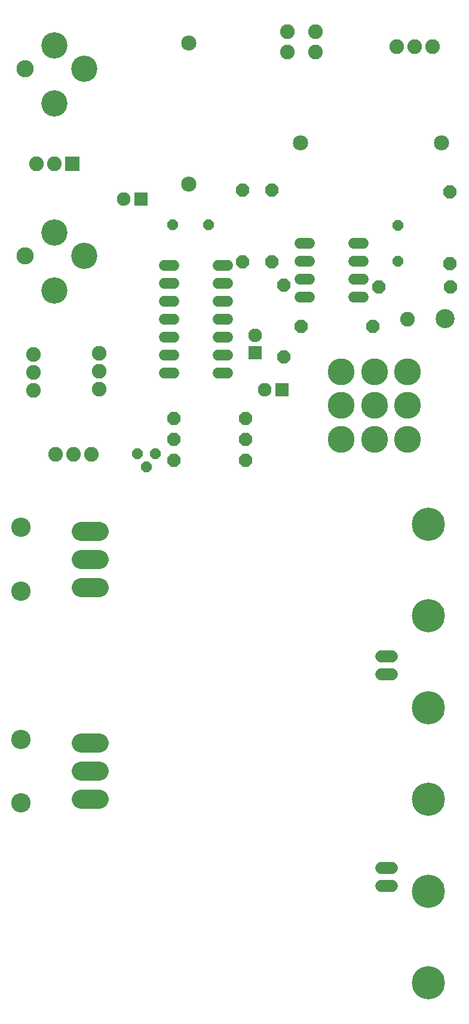
<source format=gbr>
G04 EAGLE Gerber RS-274X export*
G75*
%MOMM*%
%FSLAX34Y34*%
%LPD*%
%INSoldermask Top*%
%IPPOS*%
%AMOC8*
5,1,8,0,0,1.08239X$1,22.5*%
G01*
%ADD10C,2.703200*%
%ADD11P,1.649562X8X22.500000*%
%ADD12C,2.153200*%
%ADD13C,1.524000*%
%ADD14P,1.649562X8X112.500000*%
%ADD15C,1.727200*%
%ADD16C,2.082800*%
%ADD17C,3.719200*%
%ADD18C,2.453200*%
%ADD19P,2.034460X8X22.500000*%
%ADD20P,2.034460X8X112.500000*%
%ADD21P,2.034460X8X292.500000*%
%ADD22P,2.034460X8X202.500000*%
%ADD23C,1.930400*%
%ADD24R,1.930400X1.930400*%
%ADD25C,2.743200*%
%ADD26C,2.743200*%
%ADD27C,3.803200*%
%ADD28R,2.082800X2.082800*%
%ADD29C,4.703200*%


D10*
X633730Y1000760D03*
D11*
X222700Y810000D03*
X210000Y790950D03*
X197300Y810000D03*
D12*
X270000Y1391500D03*
X270000Y1191500D03*
X428500Y1250000D03*
X628500Y1250000D03*
D13*
X248504Y1076200D02*
X235296Y1076200D01*
X235296Y1050800D02*
X248504Y1050800D01*
X248504Y974600D02*
X235296Y974600D01*
X235296Y949200D02*
X248504Y949200D01*
X248504Y1025400D02*
X235296Y1025400D01*
X235296Y1000000D02*
X248504Y1000000D01*
X248504Y923800D02*
X235296Y923800D01*
X311496Y923800D02*
X324704Y923800D01*
X324704Y949200D02*
X311496Y949200D01*
X311496Y974600D02*
X324704Y974600D01*
X324704Y1000000D02*
X311496Y1000000D01*
X311496Y1025400D02*
X324704Y1025400D01*
X324704Y1050800D02*
X311496Y1050800D01*
X311496Y1076200D02*
X324704Y1076200D01*
D11*
X247140Y1133650D03*
X297940Y1133650D03*
D14*
X566190Y1082220D03*
X566190Y1133020D03*
D15*
X557620Y522700D02*
X542380Y522700D01*
X542380Y497300D02*
X557620Y497300D01*
D16*
X50000Y950480D03*
X50000Y925080D03*
X50000Y899680D03*
D13*
X427676Y1108100D02*
X440884Y1108100D01*
X440884Y1082700D02*
X427676Y1082700D01*
X503876Y1031900D02*
X517084Y1031900D01*
X517084Y1057300D02*
X503876Y1057300D01*
X440884Y1057300D02*
X427676Y1057300D01*
X427676Y1031900D02*
X440884Y1031900D01*
X503876Y1082700D02*
X517084Y1082700D01*
X517084Y1108100D02*
X503876Y1108100D01*
D16*
X80950Y808730D03*
X106350Y808730D03*
X131750Y808730D03*
D17*
X122000Y1090000D03*
X80000Y1041000D03*
X80000Y1123000D03*
D18*
X38000Y1090000D03*
D17*
X122000Y1354920D03*
X80000Y1305920D03*
X80000Y1387920D03*
D18*
X38000Y1354920D03*
D16*
X564600Y1386190D03*
X590000Y1386190D03*
X615400Y1386190D03*
D19*
X249200Y860000D03*
X350800Y860000D03*
D20*
X346510Y1081420D03*
X346510Y1183020D03*
D21*
X405080Y1048260D03*
X405080Y946660D03*
D20*
X640000Y1079200D03*
X640000Y1180800D03*
D19*
X429200Y990000D03*
X530800Y990000D03*
X249200Y830000D03*
X350800Y830000D03*
X249200Y800000D03*
X350800Y800000D03*
D20*
X387620Y1081420D03*
X387620Y1183020D03*
D22*
X640960Y1045880D03*
X539360Y1045880D03*
D15*
X542380Y197300D02*
X557620Y197300D01*
X557620Y222700D02*
X542380Y222700D01*
D16*
X143490Y900950D03*
X143490Y926350D03*
X143490Y951750D03*
D23*
X177500Y1170000D03*
D24*
X202500Y1170000D03*
D23*
X377500Y900000D03*
D24*
X402500Y900000D03*
D25*
X142700Y620000D02*
X117300Y620000D01*
X117300Y660000D02*
X142700Y660000D01*
X142700Y700000D02*
X117300Y700000D01*
D26*
X32083Y615174D03*
X32083Y705217D03*
D27*
X580000Y830000D03*
X580000Y878000D03*
X580000Y926000D03*
X533000Y926000D03*
X533000Y878000D03*
X533000Y830000D03*
X486000Y830000D03*
X486000Y878000D03*
X486000Y926000D03*
D25*
X142700Y320000D02*
X117300Y320000D01*
X117300Y360000D02*
X142700Y360000D01*
X142700Y400000D02*
X117300Y400000D01*
D26*
X32083Y315174D03*
X32083Y405217D03*
D16*
X580000Y1000000D03*
D23*
X363810Y977420D03*
D24*
X363810Y952420D03*
D28*
X105400Y1220150D03*
D16*
X80000Y1220150D03*
X54600Y1220150D03*
X410000Y1378222D03*
X410000Y1407178D03*
X450000Y1378222D03*
X450000Y1407178D03*
D29*
X610000Y60000D03*
X610000Y190000D03*
X610000Y320000D03*
X610000Y450000D03*
X610000Y580000D03*
X610000Y710000D03*
M02*

</source>
